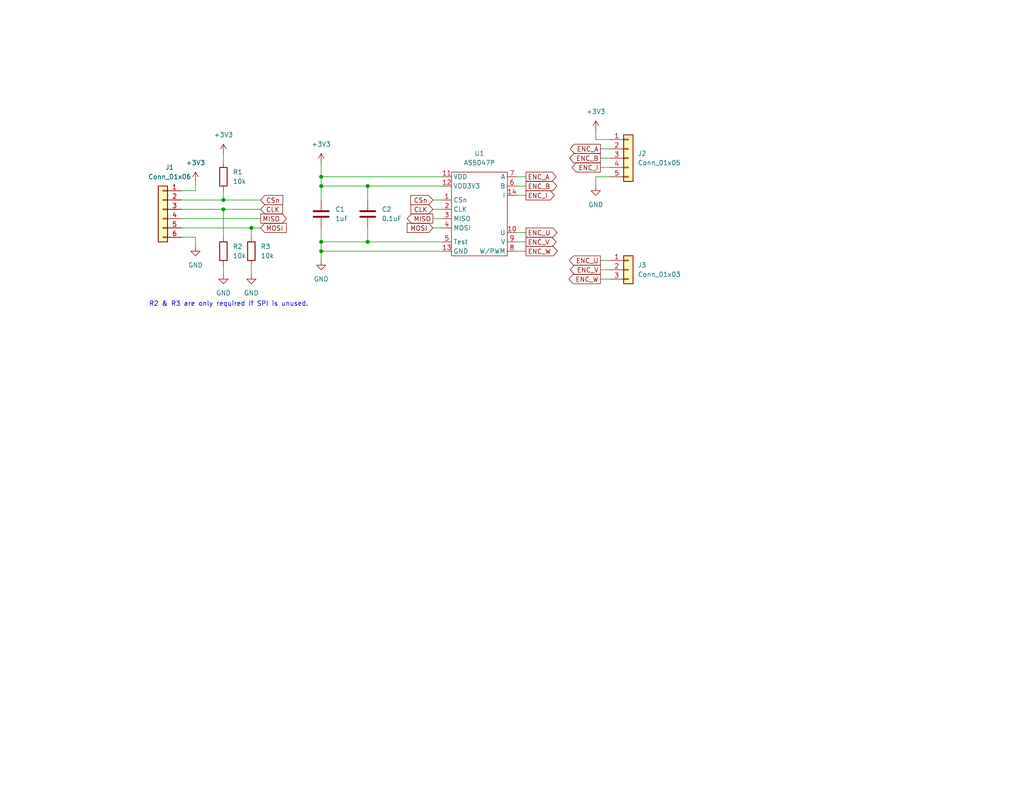
<source format=kicad_sch>
(kicad_sch (version 20210621) (generator eeschema)
  (paper "A")
  (lib_symbols
    (symbol "Connector_Generic:Conn_01x03" (pin_names (offset 1.016) hide)
      (property "Reference" "J" (at 0 5.08 0))
      (property "Value" "Conn_01x03" (at 0 -5.08 0))
      (symbol "Conn_01x03_1_1"
        (rectangle (start -1.27 -2.413) (end 0 -2.667) (stroke (width 0.1524)))
        (rectangle (start -1.27 0.127) (end 0 -0.127) (stroke (width 0.1524)))
        (rectangle (start -1.27 2.667) (end 0 2.413) (stroke (width 0.1524)))
        (rectangle (start -1.27 3.81) (end 1.27 -3.81) (stroke (width 0.254)) (fill (type background)))
        (pin passive line (at -5.08 2.54 0) (length 3.81) (name "Pin_1") (number "1"))
        (pin passive line (at -5.08 0 0) (length 3.81) (name "Pin_2") (number "2"))
        (pin passive line (at -5.08 -2.54 0) (length 3.81) (name "Pin_3") (number "3"))
      )
    )
    (symbol "Connector_Generic:Conn_01x05" (pin_names (offset 1.016) hide)
      (property "Reference" "J" (at 0 7.62 0))
      (property "Value" "Conn_01x05" (at 0 -7.62 0))
      (symbol "Conn_01x05_1_1"
        (rectangle (start -1.27 -4.953) (end 0 -5.207) (stroke (width 0.1524)))
        (rectangle (start -1.27 -2.413) (end 0 -2.667) (stroke (width 0.1524)))
        (rectangle (start -1.27 0.127) (end 0 -0.127) (stroke (width 0.1524)))
        (rectangle (start -1.27 2.667) (end 0 2.413) (stroke (width 0.1524)))
        (rectangle (start -1.27 5.207) (end 0 4.953) (stroke (width 0.1524)))
        (rectangle (start -1.27 6.35) (end 1.27 -6.35) (stroke (width 0.254)) (fill (type background)))
        (pin passive line (at -5.08 5.08 0) (length 3.81) (name "Pin_1") (number "1"))
        (pin passive line (at -5.08 2.54 0) (length 3.81) (name "Pin_2") (number "2"))
        (pin passive line (at -5.08 0 0) (length 3.81) (name "Pin_3") (number "3"))
        (pin passive line (at -5.08 -2.54 0) (length 3.81) (name "Pin_4") (number "4"))
        (pin passive line (at -5.08 -5.08 0) (length 3.81) (name "Pin_5") (number "5"))
      )
    )
    (symbol "Connector_Generic:Conn_01x06" (pin_names (offset 1.016) hide)
      (property "Reference" "J" (at 0 7.62 0))
      (property "Value" "Conn_01x06" (at 0 -10.16 0))
      (symbol "Conn_01x06_1_1"
        (rectangle (start -1.27 -7.493) (end 0 -7.747) (stroke (width 0.1524)))
        (rectangle (start -1.27 -4.953) (end 0 -5.207) (stroke (width 0.1524)))
        (rectangle (start -1.27 -2.413) (end 0 -2.667) (stroke (width 0.1524)))
        (rectangle (start -1.27 0.127) (end 0 -0.127) (stroke (width 0.1524)))
        (rectangle (start -1.27 2.667) (end 0 2.413) (stroke (width 0.1524)))
        (rectangle (start -1.27 5.207) (end 0 4.953) (stroke (width 0.1524)))
        (rectangle (start -1.27 6.35) (end 1.27 -8.89) (stroke (width 0.254)) (fill (type background)))
        (pin passive line (at -5.08 5.08 0) (length 3.81) (name "Pin_1") (number "1"))
        (pin passive line (at -5.08 2.54 0) (length 3.81) (name "Pin_2") (number "2"))
        (pin passive line (at -5.08 0 0) (length 3.81) (name "Pin_3") (number "3"))
        (pin passive line (at -5.08 -2.54 0) (length 3.81) (name "Pin_4") (number "4"))
        (pin passive line (at -5.08 -5.08 0) (length 3.81) (name "Pin_5") (number "5"))
        (pin passive line (at -5.08 -7.62 0) (length 3.81) (name "Pin_6") (number "6"))
      )
    )
    (symbol "Device:C" (pin_numbers hide) (pin_names (offset 0.254))
      (property "Reference" "C" (at 0.635 2.54 0))
      (property "Value" "C" (at 0.635 -2.54 0))
      (symbol "C_0_1"
        (polyline (pts (xy -2.032 -0.762) (xy 2.032 -0.762)) (stroke (width 0.508)))
        (polyline (pts (xy -2.032 0.762) (xy 2.032 0.762)) (stroke (width 0.508)))
      )
      (symbol "C_1_1"
        (pin passive line (at 0 3.81 270) (length 2.794) (name "~") (number "1"))
        (pin passive line (at 0 -3.81 90) (length 2.794) (name "~") (number "2"))
      )
    )
    (symbol "Device:R" (pin_numbers hide) (pin_names (offset 0))
      (property "Reference" "R" (at 2.032 0 90))
      (property "Value" "R" (at 0 0 90))
      (symbol "R_0_1"
        (rectangle (start -1.016 -2.54) (end 1.016 2.54) (stroke (width 0.254)))
      )
      (symbol "R_1_1"
        (pin passive line (at 0 3.81 270) (length 1.27) (name "~") (number "1"))
        (pin passive line (at 0 -3.81 90) (length 1.27) (name "~") (number "2"))
      )
    )
    (symbol "ams:AS5047P"
      (property "Reference" "U" (at -6.35 12.7 0))
      (property "Value" "AS5047P" (at -2.54 -12.7 0))
      (symbol "AS5047P_0_1"
        (rectangle (start -7.62 11.43) (end 7.62 -11.43) (stroke (width 0.1524)))
      )
      (symbol "AS5047P_1_1"
        (pin input line (at -10.16 3.81 0) (length 2.54) (name "CSn") (number "1"))
        (pin output line (at 10.16 -5.08 180) (length 2.54) (name "U") (number "10"))
        (pin power_in line (at -10.16 10.16 0) (length 2.54) (name "VDD") (number "11"))
        (pin power_out line (at -10.16 7.62 0) (length 2.54) (name "VDD3V3") (number "12"))
        (pin power_in line (at -10.16 -10.16 0) (length 2.54) (name "GND") (number "13"))
        (pin output line (at 10.16 5.08 180) (length 2.54) (name "I") (number "14"))
        (pin input line (at -10.16 1.27 0) (length 2.54) (name "CLK") (number "2"))
        (pin output line (at -10.16 -1.27 0) (length 2.54) (name "MISO") (number "3"))
        (pin input line (at -10.16 -3.81 0) (length 2.54) (name "MOSI") (number "4"))
        (pin input line (at -10.16 -7.62 0) (length 2.54) (name "Test") (number "5"))
        (pin output line (at 10.16 7.62 180) (length 2.54) (name "B") (number "6"))
        (pin output line (at 10.16 10.16 180) (length 2.54) (name "A") (number "7"))
        (pin output line (at 10.16 -10.16 180) (length 2.54) (name "W/PWM") (number "8"))
        (pin output line (at 10.16 -7.62 180) (length 2.54) (name "V") (number "9"))
      )
    )
    (symbol "power:+3.3V" (power) (pin_names (offset 0))
      (property "Value" "+3.3V" (at 0 3.556 0))
      (symbol "+3.3V_0_1"
        (polyline (pts (xy -0.762 1.27) (xy 0 2.54)))
        (polyline (pts (xy 0 0) (xy 0 2.54)))
        (polyline (pts (xy 0 2.54) (xy 0.762 1.27)))
      )
      (symbol "+3.3V_1_1"
        (pin power_in line (at 0 0 90) (length 0) hide (name "+3V3") (number "1"))
      )
    )
    (symbol "power:GND" (power) (pin_names (offset 0))
      (property "Value" "GND" (at 0 -3.81 0))
      (symbol "GND_0_1"
        (polyline (pts (xy 0 0) (xy 0 -1.27) (xy 1.27 -1.27) (xy 0 -2.54) (xy -1.27 -1.27) (xy 0 -1.27)))
      )
      (symbol "GND_1_1"
        (pin power_in line (at 0 0 270) (length 0) hide (name "GND") (number "1"))
      )
    )
  )
  (junction (at 60.96 54.61))
  (junction (at 60.96 57.15))
  (junction (at 68.58 62.23))
  (junction (at 87.63 48.26))
  (junction (at 87.63 50.8))
  (junction (at 87.63 66.04))
  (junction (at 87.63 68.58))
  (junction (at 100.33 50.8))
  (junction (at 100.33 66.04))
  (wire (pts (xy 49.53 52.07) (xy 53.34 52.07)))
  (wire (pts (xy 49.53 54.61) (xy 60.96 54.61)))
  (wire (pts (xy 49.53 57.15) (xy 60.96 57.15)))
  (wire (pts (xy 49.53 59.69) (xy 71.12 59.69)))
  (wire (pts (xy 49.53 62.23) (xy 68.58 62.23)))
  (wire (pts (xy 49.53 64.77) (xy 53.34 64.77)))
  (wire (pts (xy 53.34 49.53) (xy 53.34 52.07)))
  (wire (pts (xy 53.34 64.77) (xy 53.34 67.31)))
  (wire (pts (xy 60.96 41.91) (xy 60.96 44.45)))
  (wire (pts (xy 60.96 52.07) (xy 60.96 54.61)))
  (wire (pts (xy 60.96 54.61) (xy 71.12 54.61)))
  (wire (pts (xy 60.96 57.15) (xy 60.96 64.77)))
  (wire (pts (xy 60.96 57.15) (xy 71.12 57.15)))
  (wire (pts (xy 60.96 72.39) (xy 60.96 74.93)))
  (wire (pts (xy 68.58 62.23) (xy 68.58 64.77)))
  (wire (pts (xy 68.58 62.23) (xy 71.12 62.23)))
  (wire (pts (xy 68.58 72.39) (xy 68.58 74.93)))
  (wire (pts (xy 87.63 48.26) (xy 87.63 44.45)))
  (wire (pts (xy 87.63 50.8) (xy 87.63 48.26)))
  (wire (pts (xy 87.63 50.8) (xy 87.63 54.61)))
  (wire (pts (xy 87.63 62.23) (xy 87.63 66.04)))
  (wire (pts (xy 87.63 66.04) (xy 87.63 68.58)))
  (wire (pts (xy 87.63 66.04) (xy 100.33 66.04)))
  (wire (pts (xy 87.63 68.58) (xy 87.63 71.12)))
  (wire (pts (xy 87.63 68.58) (xy 120.65 68.58)))
  (wire (pts (xy 100.33 50.8) (xy 87.63 50.8)))
  (wire (pts (xy 100.33 50.8) (xy 100.33 54.61)))
  (wire (pts (xy 100.33 62.23) (xy 100.33 66.04)))
  (wire (pts (xy 100.33 66.04) (xy 120.65 66.04)))
  (wire (pts (xy 118.11 54.61) (xy 120.65 54.61)))
  (wire (pts (xy 118.11 57.15) (xy 120.65 57.15)))
  (wire (pts (xy 118.11 59.69) (xy 120.65 59.69)))
  (wire (pts (xy 118.11 62.23) (xy 120.65 62.23)))
  (wire (pts (xy 120.65 48.26) (xy 87.63 48.26)))
  (wire (pts (xy 120.65 50.8) (xy 100.33 50.8)))
  (wire (pts (xy 140.97 48.26) (xy 143.51 48.26)))
  (wire (pts (xy 140.97 50.8) (xy 143.51 50.8)))
  (wire (pts (xy 140.97 53.34) (xy 143.51 53.34)))
  (wire (pts (xy 140.97 63.5) (xy 143.51 63.5)))
  (wire (pts (xy 140.97 66.04) (xy 143.51 66.04)))
  (wire (pts (xy 140.97 68.58) (xy 143.51 68.58)))
  (wire (pts (xy 162.56 35.56) (xy 162.56 38.1)))
  (wire (pts (xy 162.56 38.1) (xy 166.37 38.1)))
  (wire (pts (xy 162.56 48.26) (xy 162.56 50.8)))
  (wire (pts (xy 163.83 40.64) (xy 166.37 40.64)))
  (wire (pts (xy 163.83 43.18) (xy 166.37 43.18)))
  (wire (pts (xy 163.83 45.72) (xy 166.37 45.72)))
  (wire (pts (xy 163.83 71.12) (xy 166.37 71.12)))
  (wire (pts (xy 163.83 73.66) (xy 166.37 73.66)))
  (wire (pts (xy 163.83 76.2) (xy 166.37 76.2)))
  (wire (pts (xy 166.37 48.26) (xy 162.56 48.26)))
  (text "R2 & R3 are only required if SPI is unused." (at 40.64 83.82 0) (effects (font (size 1.27 1.27)) (justify left bottom)))
  (global_label "CSn" (shape input) (at 71.12 54.61 0) (property "Intersheet References" "${INTERSHEET_REFS}" (effects hide)))
  (global_label "CLK" (shape input) (at 71.12 57.15 0) (property "Intersheet References" "${INTERSHEET_REFS}" (effects hide)))
  (global_label "MISO" (shape output) (at 71.12 59.69 0) (property "Intersheet References" "${INTERSHEET_REFS}" (effects hide)))
  (global_label "MOSI" (shape input) (at 71.12 62.23 0) (property "Intersheet References" "${INTERSHEET_REFS}" (effects hide)))
  (global_label "CSn" (shape input) (at 118.11 54.61 180) (property "Intersheet References" "${INTERSHEET_REFS}" (effects hide)))
  (global_label "CLK" (shape input) (at 118.11 57.15 180) (property "Intersheet References" "${INTERSHEET_REFS}" (effects hide)))
  (global_label "MISO" (shape output) (at 118.11 59.69 180) (property "Intersheet References" "${INTERSHEET_REFS}" (effects hide)))
  (global_label "MOSI" (shape input) (at 118.11 62.23 180) (property "Intersheet References" "${INTERSHEET_REFS}" (effects hide)))
  (global_label "ENC_A" (shape output) (at 143.51 48.26 0) (property "Intersheet References" "${INTERSHEET_REFS}" (effects hide)))
  (global_label "ENC_B" (shape output) (at 143.51 50.8 0) (property "Intersheet References" "${INTERSHEET_REFS}" (effects hide)))
  (global_label "ENC_I" (shape output) (at 143.51 53.34 0) (property "Intersheet References" "${INTERSHEET_REFS}" (effects hide)))
  (global_label "ENC_U" (shape output) (at 143.51 63.5 0) (property "Intersheet References" "${INTERSHEET_REFS}" (effects hide)))
  (global_label "ENC_V" (shape output) (at 143.51 66.04 0) (property "Intersheet References" "${INTERSHEET_REFS}" (effects hide)))
  (global_label "ENC_W" (shape output) (at 143.51 68.58 0) (property "Intersheet References" "${INTERSHEET_REFS}" (effects hide)))
  (global_label "ENC_A" (shape output) (at 163.83 40.64 180) (property "Intersheet References" "${INTERSHEET_REFS}" (effects hide)))
  (global_label "ENC_B" (shape output) (at 163.83 43.18 180) (property "Intersheet References" "${INTERSHEET_REFS}" (effects hide)))
  (global_label "ENC_I" (shape output) (at 163.83 45.72 180) (property "Intersheet References" "${INTERSHEET_REFS}" (effects hide)))
  (global_label "ENC_U" (shape output) (at 163.83 71.12 180) (property "Intersheet References" "${INTERSHEET_REFS}" (effects hide)))
  (global_label "ENC_V" (shape output) (at 163.83 73.66 180) (property "Intersheet References" "${INTERSHEET_REFS}" (effects hide)))
  (global_label "ENC_W" (shape output) (at 163.83 76.2 180) (property "Intersheet References" "${INTERSHEET_REFS}" (effects hide)))
  (symbol (lib_id "power:+3.3V") (at 53.34 49.53 0) (unit 1)
    (property "Reference" "#PWR01" (effects hide))
    (property "Value" "+3.3V" (at 53.34 44.45 0))
  )
  (symbol (lib_id "power:+3.3V") (at 60.96 41.91 0) (unit 1)
    (property "Reference" "#PWR03" (effects hide))
    (property "Value" "+3.3V" (at 60.96 36.83 0))
  )
  (symbol (lib_id "power:+3.3V") (at 87.63 44.45 0) (unit 1)
    (property "Reference" "#PWR06" (effects hide))
    (property "Value" "+3.3V" (at 87.63 39.37 0))
  )
  (symbol (lib_id "power:+3.3V") (at 162.56 35.56 0) (unit 1)
    (property "Reference" "#PWR08" (effects hide))
    (property "Value" "+3.3V" (at 162.56 30.48 0))
  )
  (symbol (lib_id "power:GND") (at 53.34 67.31 0) (unit 1)
    (property "Reference" "#PWR02" (effects hide))
    (property "Value" "GND" (at 53.34 72.39 0))
  )
  (symbol (lib_id "power:GND") (at 60.96 74.93 0) (unit 1)
    (property "Reference" "#PWR04" (effects hide))
    (property "Value" "GND" (at 60.96 80.01 0))
  )
  (symbol (lib_id "power:GND") (at 68.58 74.93 0) (unit 1)
    (property "Reference" "#PWR05" (effects hide))
    (property "Value" "GND" (at 68.58 80.01 0))
  )
  (symbol (lib_id "power:GND") (at 87.63 71.12 0) (unit 1)
    (property "Reference" "#PWR07" (effects hide))
    (property "Value" "GND" (at 87.63 76.2 0))
  )
  (symbol (lib_id "power:GND") (at 162.56 50.8 0) (unit 1)
    (property "Reference" "#PWR09" (effects hide))
    (property "Value" "GND" (at 162.56 55.88 0))
  )
  (symbol (lib_id "Device:R") (at 60.96 48.26 0) (unit 1)
    (property "Reference" "R1" (at 63.5 46.9899 0) (effects (justify left)))
    (property "Value" "10k" (at 63.5 49.5299 0) (effects (justify left)))
  )
  (symbol (lib_id "Device:R") (at 60.96 68.58 0) (unit 1)
    (property "Reference" "R2" (at 63.5 67.3099 0) (effects (justify left)))
    (property "Value" "10k" (at 63.5 69.8499 0) (effects (justify left)))
  )
  (symbol (lib_id "Device:R") (at 68.58 68.58 0) (unit 1)
    (property "Reference" "R3" (at 71.12 67.3099 0) (effects (justify left)))
    (property "Value" "10k" (at 71.12 69.8499 0) (effects (justify left)))
  )
  (symbol (lib_id "Device:C") (at 87.63 58.42 0) (unit 1)
    (property "Reference" "C1" (at 91.44 57.1499 0) (effects (justify left)))
    (property "Value" "1uF" (at 91.44 59.6899 0) (effects (justify left)))
  )
  (symbol (lib_id "Device:C") (at 100.33 58.42 0) (unit 1)
    (property "Reference" "C2" (at 104.14 57.1499 0) (effects (justify left)))
    (property "Value" "0.1uF" (at 104.14 59.6899 0) (effects (justify left)))
  )
  (symbol (lib_id "Connector_Generic:Conn_01x03") (at 171.45 73.66 0) (unit 1)
    (property "Reference" "J3" (at 173.99 72.3899 0) (effects (justify left)))
    (property "Value" "Conn_01x03" (at 173.99 74.9299 0) (effects (justify left)))
    (property "Footprint" "Connector_PinHeader_2.54mm:PinHeader_1x03_P2.54mm_Vertical" (effects hide))
  )
  (symbol (lib_id "Connector_Generic:Conn_01x05") (at 171.45 43.18 0) (unit 1)
    (property "Reference" "J2" (at 173.99 41.9099 0) (effects (justify left)))
    (property "Value" "Conn_01x05" (at 173.99 44.4499 0) (effects (justify left)))
    (property "Footprint" "wirepad:WirePad_1x5_P1.27mm_L5.08mm" (effects hide))
  )
  (symbol (lib_id "Connector_Generic:Conn_01x06") (at 44.45 57.15 0) (mirror y) (unit 1)
    (property "Reference" "J1" (at 46.2915 45.72 0))
    (property "Value" "Conn_01x06" (at 46.2915 48.26 0))
    (property "Footprint" "wirepad:WirePad_1x6_P1.27mm_L5.08mm" (effects hide))
  )
  (symbol (lib_id "ams:AS5047P") (at 130.81 58.42 0) (unit 1)
    (property "Reference" "U1" (at 130.81 41.91 0))
    (property "Value" "AS5047P" (at 130.81 44.45 0))
    (property "Footprint" "Package_SO:TSSOP-14_4.4x5mm_P0.65mm" (effects hide))
  )
)
</source>
